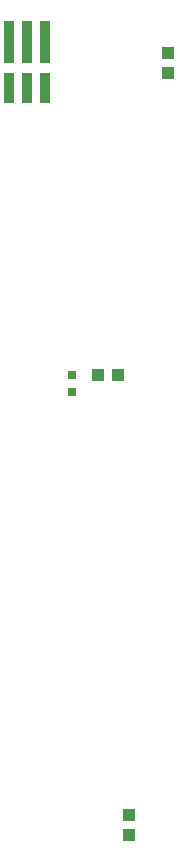
<source format=gbr>
G04 EAGLE Gerber RS-274X export*
G75*
%MOMM*%
%FSLAX34Y34*%
%LPD*%
%INSolderpaste Top*%
%IPPOS*%
%AMOC8*
5,1,8,0,0,1.08239X$1,22.5*%
G01*
%ADD10R,1.000000X1.100000*%
%ADD11R,0.800000X0.800000*%
%ADD12R,1.100000X1.000000*%
%ADD13R,0.850000X3.550000*%
%ADD14R,0.850000X2.650000*%


D10*
X256540Y851780D03*
X256540Y834780D03*
D11*
X175260Y564000D03*
X175260Y579000D03*
D12*
X223520Y206620D03*
X223520Y189620D03*
D10*
X214240Y579120D03*
X197240Y579120D03*
D13*
X152160Y861030D03*
X137160Y861030D03*
X122160Y861030D03*
D14*
X152160Y822030D03*
X137160Y822030D03*
X122160Y822030D03*
M02*

</source>
